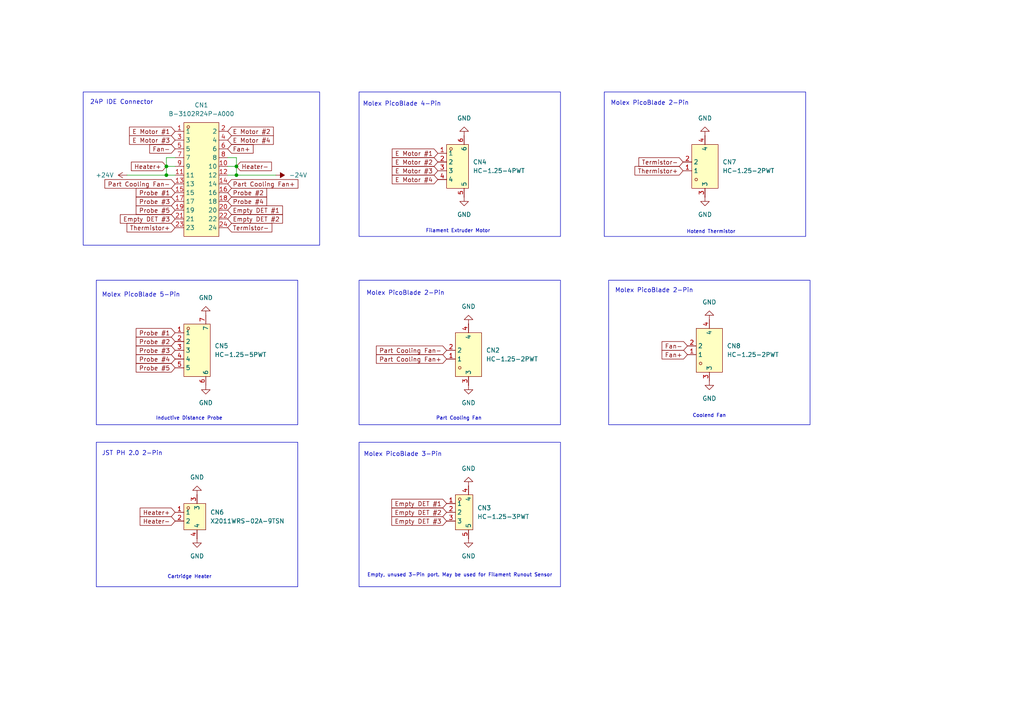
<source format=kicad_sch>
(kicad_sch (version 20231120) (generator "eeschema") (generator_version "8.0")
  (paper "A4")
  (title_block (title "SV06 Exturder Assembly PCB") (date "2024-06-11") (rev "1.00") (company "LimesKey"))
  (lib_symbols
    (symbol "Library:GND" (power) (pin_numbers hide) (pin_names (offset 0) hide)
      (property "Value" "GND" (at 0 -3.81 0))
      (symbol "GND_0_1"
        (polyline (pts (xy 0 0) (xy 0 -1.27) (xy 1.27 -1.27) (xy 0 -2.54) (xy -1.27 -1.27) (xy 0 -1.27)))
      )
      (symbol "GND_1_1"
        (pin power_in line (at 0 0 270) (length 0) (name "~") (number "1"))
      )
    )
    (symbol "easyeda2kicad:B-3102R24P-A000"
      (property "Reference" "CN" (at 0 20.32 0))
      (property "Value" "B-3102R24P-A000" (at 0 -17.78 0))
      (symbol "B-3102R24P-A000_0_1"
        (rectangle (start -5.08 17.78) (end 5.08 -15.24) (fill (type background)))
        (circle (center -3.81 16.51) (radius 0.38))
        (pin unspecified line (at -7.62 15.24 0) (length 2.54) (name "1") (number "1"))
        (pin unspecified line (at 7.62 5.08 180) (length 2.54) (name "10") (number "10"))
        (pin unspecified line (at -7.62 2.54 0) (length 2.54) (name "11") (number "11"))
        (pin unspecified line (at 7.62 2.54 180) (length 2.54) (name "12") (number "12"))
        (pin unspecified line (at -7.62 0 0) (length 2.54) (name "13") (number "13"))
        (pin unspecified line (at 7.62 0 180) (length 2.54) (name "14") (number "14"))
        (pin unspecified line (at -7.62 -2.54 0) (length 2.54) (name "15") (number "15"))
        (pin unspecified line (at 7.62 -2.54 180) (length 2.54) (name "16") (number "16"))
        (pin unspecified line (at -7.62 -5.08 0) (length 2.54) (name "17") (number "17"))
        (pin unspecified line (at 7.62 -5.08 180) (length 2.54) (name "18") (number "18"))
        (pin unspecified line (at -7.62 -7.62 0) (length 2.54) (name "19") (number "19"))
        (pin unspecified line (at 7.62 15.24 180) (length 2.54) (name "2") (number "2"))
        (pin unspecified line (at 7.62 -7.62 180) (length 2.54) (name "20") (number "20"))
        (pin unspecified line (at -7.62 -10.16 0) (length 2.54) (name "21") (number "21"))
        (pin unspecified line (at 7.62 -10.16 180) (length 2.54) (name "22") (number "22"))
        (pin unspecified line (at -7.62 -12.7 0) (length 2.54) (name "23") (number "23"))
        (pin unspecified line (at 7.62 -12.7 180) (length 2.54) (name "24") (number "24"))
        (pin unspecified line (at -7.62 12.7 0) (length 2.54) (name "3") (number "3"))
        (pin unspecified line (at 7.62 12.7 180) (length 2.54) (name "4") (number "4"))
        (pin unspecified line (at -7.62 10.16 0) (length 2.54) (name "5") (number "5"))
        (pin unspecified line (at 7.62 10.16 180) (length 2.54) (name "6") (number "6"))
        (pin unspecified line (at -7.62 7.62 0) (length 2.54) (name "7") (number "7"))
        (pin unspecified line (at 7.62 7.62 180) (length 2.54) (name "8") (number "8"))
        (pin unspecified line (at -7.62 5.08 0) (length 2.54) (name "9") (number "9"))
      )
    )
    (symbol "easyeda2kicad:HC-1.25-2PWT"
      (property "Reference" "CN" (at 0 13.97 0))
      (property "Value" "HC-1.25-2PWT" (at 0 -13.97 0))
      (symbol "HC-1.25-2PWT_0_1"
        (rectangle (start -2.54 6.35) (end 5.08 -6.35) (fill (type background)))
        (circle (center -1.27 -3.81) (radius 0.38))
        (pin unspecified line (at -5.08 -1.27 0) (length 2.54) (name "1") (number "1"))
        (pin unspecified line (at -5.08 1.27 0) (length 2.54) (name "2") (number "2"))
        (pin unspecified line (at 1.27 -8.89 90) (length 2.54) (name "3") (number "3"))
        (pin unspecified line (at 1.27 8.89 270) (length 2.54) (name "4") (number "4"))
      )
    )
    (symbol "easyeda2kicad:HC-1.25-3PWT"
      (property "Reference" "CN" (at 0 12.7 0))
      (property "Value" "HC-1.25-3PWT" (at 0 -12.7 0))
      (symbol "HC-1.25-3PWT_0_1"
        (rectangle (start -1.27 5.08) (end 3.81 -5.08) (fill (type background)))
        (circle (center 0 3.81) (radius 0.38))
        (pin unspecified line (at -3.81 2.54 0) (length 2.54) (name "1") (number "1"))
        (pin unspecified line (at -3.81 0 0) (length 2.54) (name "2") (number "2"))
        (pin unspecified line (at -3.81 -2.54 0) (length 2.54) (name "3") (number "3"))
        (pin unspecified line (at 2.54 7.62 270) (length 2.54) (name "4") (number "4"))
        (pin unspecified line (at 2.54 -7.62 90) (length 2.54) (name "5") (number "5"))
      )
    )
    (symbol "easyeda2kicad:HC-1.25-4PWT"
      (property "Reference" "CN" (at 0 13.97 0))
      (property "Value" "HC-1.25-4PWT" (at 0 -13.97 0))
      (symbol "HC-1.25-4PWT_0_1"
        (rectangle (start -1.27 6.35) (end 5.08 -6.35) (fill (type background)))
        (circle (center 0 5.08) (radius 0.38))
        (pin unspecified line (at -3.81 3.81 0) (length 2.54) (name "1") (number "1"))
        (pin unspecified line (at -3.81 1.27 0) (length 2.54) (name "2") (number "2"))
        (pin unspecified line (at -3.81 -1.27 0) (length 2.54) (name "3") (number "3"))
        (pin unspecified line (at -3.81 -3.81 0) (length 2.54) (name "4") (number "4"))
        (pin unspecified line (at 3.81 -8.89 90) (length 2.54) (name "5") (number "5"))
        (pin unspecified line (at 3.81 8.89 270) (length 2.54) (name "6") (number "6"))
      )
    )
    (symbol "easyeda2kicad:HC-1.25-5PWT"
      (property "Reference" "CN" (at 0 15.24 0))
      (property "Value" "HC-1.25-5PWT" (at 0 -15.24 0))
      (symbol "HC-1.25-5PWT_0_1"
        (rectangle (start -2.54 7.62) (end 5.08 -7.62) (fill (type background)))
        (circle (center -1.27 6.35) (radius 0.38))
        (pin unspecified line (at -5.08 5.08 0) (length 2.54) (name "1") (number "1"))
        (pin unspecified line (at -5.08 2.54 0) (length 2.54) (name "2") (number "2"))
        (pin unspecified line (at -5.08 0 0) (length 2.54) (name "3") (number "3"))
        (pin unspecified line (at -5.08 -2.54 0) (length 2.54) (name "4") (number "4"))
        (pin unspecified line (at -5.08 -5.08 0) (length 2.54) (name "5") (number "5"))
        (pin unspecified line (at 3.81 -10.16 90) (length 2.54) (name "6") (number "6"))
        (pin unspecified line (at 3.81 10.16 270) (length 2.54) (name "7") (number "7"))
      )
    )
    (symbol "easyeda2kicad:X2011WRS-02A-9TSN"
      (property "Reference" "CN" (at 0 12.7 0))
      (property "Value" "X2011WRS-02A-9TSN" (at 0 -10.16 0))
      (symbol "X2011WRS-02A-9TSN_0_1"
        (rectangle (start -1.27 5.08) (end 5.08 -2.54) (fill (type background)))
        (circle (center 0 3.81) (radius 0.38))
        (pin unspecified line (at -3.81 2.54 0) (length 2.54) (name "1") (number "1"))
        (pin unspecified line (at -3.81 0 0) (length 2.54) (name "2") (number "2"))
        (pin unspecified line (at 2.54 7.62 270) (length 2.54) (name "3") (number "3"))
        (pin unspecified line (at 2.54 -5.08 90) (length 2.54) (name "4") (number "4"))
      )
    )
    (symbol "power:+24V" (power) (pin_numbers hide) (pin_names (offset 0) hide)
      (property "Value" "+24V" (at 0 3.556 0))
      (symbol "+24V_0_1"
        (polyline (pts (xy -0.762 1.27) (xy 0 2.54)))
        (polyline (pts (xy 0 0) (xy 0 2.54)))
        (polyline (pts (xy 0 2.54) (xy 0.762 1.27)))
      )
      (symbol "+24V_1_1"
        (pin power_in line (at 0 0 90) (length 0) (name "~") (number "1"))
      )
    )
    (symbol "power:-24V" (power) (pin_numbers hide) (pin_names (offset 0) hide)
      (property "Value" "-24V" (at 0 3.556 0))
      (symbol "-24V_0_0"
        (pin power_in line (at 0 0 90) (length 0) (name "~") (number "1"))
      )
      (symbol "-24V_0_1"
        (polyline (pts (xy 0 0) (xy 0 1.27) (xy 0.762 1.27) (xy 0 2.54) (xy -0.762 1.27) (xy 0 1.27)) (fill (type outline)))
      )
    )
  )
  (junction (at 48.26 50.8))
  (junction (at 68.58 50.8))
  (junction (at 48.26 48.26))
  (junction (at 68.58 48.26))
  (wire (pts (xy 68.58 45.72) (xy 68.58 48.26)))
  (wire (pts (xy 66.04 45.72) (xy 68.58 45.72)))
  (wire (pts (xy 68.58 50.8) (xy 68.58 48.26)))
  (wire (pts (xy 68.58 48.26) (xy 66.04 48.26)))
  (wire (pts (xy 36.83 50.8) (xy 48.26 50.8)))
  (wire (pts (xy 50.8 50.8) (xy 48.26 50.8)))
  (wire (pts (xy 48.26 48.26) (xy 50.8 48.26)))
  (wire (pts (xy 48.26 45.72) (xy 48.26 48.26)))
  (wire (pts (xy 48.26 50.8) (xy 48.26 48.26)))
  (wire (pts (xy 66.04 50.8) (xy 68.58 50.8)))
  (wire (pts (xy 80.01 50.8) (xy 68.58 50.8)))
  (wire (pts (xy 50.8 45.72) (xy 48.26 45.72)))
  (rectangle (start 104.14 128.27) (end 162.56 170.18))
  (rectangle (start 24.13 26.67) (end 92.71 71.12))
  (rectangle (start 104.14 26.67) (end 162.56 68.58))
  (rectangle (start 27.94 81.28) (end 86.36 123.19))
  (rectangle (start 176.53 81.28) (end 234.95 123.19))
  (rectangle (start 27.94 128.27) (end 86.36 170.18))
  (rectangle (start 104.14 81.28) (end 162.56 123.19))
  (rectangle (start 175.26 26.67) (end 233.68 68.58))
  (text "24P IDE Connector" (at 35.306 29.718 0) (effects (font (size 1.27 1.27))))
  (text "Molex PicoBlade 5-Pin" (at 40.894 85.598 0) (effects (font (size 1.27 1.27))))
  (text "Molex PicoBlade 4-Pin" (at 116.586 30.226 0) (effects (font (size 1.27 1.27))))
  (text "Molex PicoBlade 2-Pin" (at 189.738 84.328 0) (effects (font (size 1.27 1.27))))
  (text "Molex PicoBlade 2-Pin" (at 188.468 29.972 0) (effects (font (size 1.27 1.27))))
  (text "JST PH 2.0 2-Pin" (at 38.354 131.572 0) (effects (font (size 1.27 1.27))))
  (text "Inductive Distance Probe" (at 54.864 121.412 0) (effects (font (size 1.016 1.016))))
  (text "Empty, unused 3-Pin port. May be used for Filament Runout Sensor\n" (at 133.35 166.878 0) (effects (font (size 1.016 1.016))))
  (text "Part Cooling Fan" (at 133.096 121.412 0) (effects (font (size 1.016 1.016))))
  (text "Filament Extruder Motor" (at 132.842 67.056 0) (effects (font (size 1.016 1.016))))
  (text "Coolend Fan" (at 205.74 120.65 0) (effects (font (size 1.016 1.016))))
  (text "Molex PicoBlade 3-Pin" (at 116.84 131.826 0) (effects (font (size 1.27 1.27))))
  (text "Cartridge Heater " (at 55.372 167.386 0) (effects (font (size 1.016 1.016))))
  (text "Hotend Thermistor" (at 206.248 67.31 0) (effects (font (size 1.016 1.016))))
  (text "Molex PicoBlade 2-Pin" (at 117.602 85.09 0) (effects (font (size 1.27 1.27))))
  (global_label "Part Cooling Fan-" (shape input) (at 129.54 101.6 180) (property "Intersheetrefs" "${INTERSHEET_REFS}" (effects (hide yes))))
  (global_label "Fan+" (shape input) (at 66.04 43.18 0) (property "Intersheetrefs" "${INTERSHEET_REFS}" (effects (hide yes))))
  (global_label "E Motor #3" (shape input) (at 127 49.53 180) (property "Intersheetrefs" "${INTERSHEET_REFS}" (effects (hide yes))))
  (global_label "E Motor #4" (shape input) (at 66.04 40.64 0) (property "Intersheetrefs" "${INTERSHEET_REFS}" (effects (hide yes))))
  (global_label "Empty DET #2" (shape input) (at 66.04 63.5 0) (property "Intersheetrefs" "${INTERSHEET_REFS}" (effects (hide yes))))
  (global_label "Termistor-" (shape input) (at 66.04 66.04 0) (property "Intersheetrefs" "${INTERSHEET_REFS}" (effects (hide yes))))
  (global_label "E Motor #1" (shape input) (at 50.8 38.1 180) (property "Intersheetrefs" "${INTERSHEET_REFS}" (effects (hide yes))))
  (global_label "E Motor #1" (shape input) (at 127 44.45 180) (property "Intersheetrefs" "${INTERSHEET_REFS}" (effects (hide yes))))
  (global_label "Probe #3" (shape input) (at 50.8 58.42 180) (property "Intersheetrefs" "${INTERSHEET_REFS}" (effects (hide yes))))
  (global_label "Probe #2" (shape input) (at 50.8 99.06 180) (property "Intersheetrefs" "${INTERSHEET_REFS}" (effects (hide yes))))
  (global_label "Termistor-" (shape input) (at 198.12 46.99 180) (property "Intersheetrefs" "${INTERSHEET_REFS}" (effects (hide yes))))
  (global_label "Probe #4" (shape input) (at 66.04 58.42 0) (property "Intersheetrefs" "${INTERSHEET_REFS}" (effects (hide yes))))
  (global_label "Part Cooling Fan-" (shape input) (at 50.8 53.34 180) (property "Intersheetrefs" "${INTERSHEET_REFS}" (effects (hide yes))))
  (global_label "Fan-" (shape input) (at 50.8 43.18 180) (property "Intersheetrefs" "${INTERSHEET_REFS}" (effects (hide yes))))
  (global_label "Empty DET #1" (shape input) (at 66.04 60.96 0) (property "Intersheetrefs" "${INTERSHEET_REFS}" (effects (hide yes))))
  (global_label "E Motor #4" (shape input) (at 127 52.07 180) (property "Intersheetrefs" "${INTERSHEET_REFS}" (effects (hide yes))))
  (global_label "Probe #1" (shape input) (at 50.8 96.52 180) (property "Intersheetrefs" "${INTERSHEET_REFS}" (effects (hide yes))))
  (global_label "Empty DET #3" (shape input) (at 129.54 151.13 180) (property "Intersheetrefs" "${INTERSHEET_REFS}" (effects (hide yes))))
  (global_label "Fan+" (shape input) (at 199.39 102.87 180) (property "Intersheetrefs" "${INTERSHEET_REFS}" (effects (hide yes))))
  (global_label "Heater+" (shape input) (at 48.26 48.26 180) (property "Intersheetrefs" "${INTERSHEET_REFS}" (effects (hide yes))))
  (global_label "Probe #4" (shape input) (at 50.8 104.14 180) (property "Intersheetrefs" "${INTERSHEET_REFS}" (effects (hide yes))))
  (global_label "Empty DET #2" (shape input) (at 129.54 148.59 180) (property "Intersheetrefs" "${INTERSHEET_REFS}" (effects (hide yes))))
  (global_label "Probe #1" (shape input) (at 50.8 55.88 180) (property "Intersheetrefs" "${INTERSHEET_REFS}" (effects (hide yes))))
  (global_label "Thermistor+" (shape input) (at 50.8 66.04 180) (property "Intersheetrefs" "${INTERSHEET_REFS}" (effects (hide yes))))
  (global_label "Part Cooling Fan+" (shape input) (at 66.04 53.34 0) (property "Intersheetrefs" "${INTERSHEET_REFS}" (effects (hide yes))))
  (global_label "Probe #3" (shape input) (at 50.8 101.6 180) (property "Intersheetrefs" "${INTERSHEET_REFS}" (effects (hide yes))))
  (global_label "Heater-" (shape input) (at 68.58 48.26 0) (property "Intersheetrefs" "${INTERSHEET_REFS}" (effects (hide yes))))
  (global_label "Heater-" (shape input) (at 50.8 151.13 180) (property "Intersheetrefs" "${INTERSHEET_REFS}" (effects (hide yes))))
  (global_label "Empty DET #1" (shape input) (at 129.54 146.05 180) (property "Intersheetrefs" "${INTERSHEET_REFS}" (effects (hide yes))))
  (global_label "Heater+" (shape input) (at 50.8 148.59 180) (property "Intersheetrefs" "${INTERSHEET_REFS}" (effects (hide yes))))
  (global_label "E Motor #2" (shape input) (at 66.04 38.1 0) (property "Intersheetrefs" "${INTERSHEET_REFS}" (effects (hide yes))))
  (global_label "Fan-" (shape input) (at 199.39 100.33 180) (property "Intersheetrefs" "${INTERSHEET_REFS}" (effects (hide yes))))
  (global_label "Probe #5" (shape input) (at 50.8 60.96 180) (property "Intersheetrefs" "${INTERSHEET_REFS}" (effects (hide yes))))
  (global_label "Thermistor+" (shape input) (at 198.12 49.53 180) (property "Intersheetrefs" "${INTERSHEET_REFS}" (effects (hide yes))))
  (global_label "Part Cooling Fan+" (shape input) (at 129.54 104.14 180) (property "Intersheetrefs" "${INTERSHEET_REFS}" (effects (hide yes))))
  (global_label "Empty DET #3" (shape input) (at 50.8 63.5 180) (property "Intersheetrefs" "${INTERSHEET_REFS}" (effects (hide yes))))
  (global_label "E Motor #2" (shape input) (at 127 46.99 180) (property "Intersheetrefs" "${INTERSHEET_REFS}" (effects (hide yes))))
  (global_label "Probe #2" (shape input) (at 66.04 55.88 0) (property "Intersheetrefs" "${INTERSHEET_REFS}" (effects (hide yes))))
  (global_label "E Motor #3" (shape input) (at 50.8 40.64 180) (property "Intersheetrefs" "${INTERSHEET_REFS}" (effects (hide yes))))
  (global_label "Probe #5" (shape input) (at 50.8 106.68 180) (property "Intersheetrefs" "${INTERSHEET_REFS}" (effects (hide yes))))
  (symbol (lib_id "easyeda2kicad:HC-1.25-2PWT") (at 204.47 101.6 0) (unit 1)
    (property "Reference" "CN8" (at 210.82 100.3299 0) (effects (justify left)))
    (property "Value" "HC-1.25-2PWT" (at 210.82 102.8699 0) (effects (justify left)))
    (property "Footprint" "easyeda2kicad:CONN-SMD_2P-P1.25-HC-1.25-2PWT" (effects (hide yes)))
    (property "LCSC Part" "C2845379" (effects (hide yes)))
  )
  (symbol (lib_id "Library:GND") (at 59.69 91.44 180) (unit 1)
    (property "Reference" "#PWR012" (effects (hide yes)))
    (property "Value" "GND" (at 59.69 86.36 0))
    (property "Description" "Power symbol creates a global label with name \"GND\" , ground" (effects (hide yes)))
  )
  (symbol (lib_id "easyeda2kicad:X2011WRS-02A-9TSN") (at 54.61 151.13 0) (unit 1)
    (property "Reference" "CN6" (at 60.96 148.5899 0) (effects (justify left)))
    (property "Value" "X2011WRS-02A-9TSN" (at 60.96 151.1299 0) (effects (justify left)))
    (property "Footprint" "easyeda2kicad:CONN-SMD_2P-P2.00_XKB_X2011WRS-02A-9TSN" (effects (hide yes)))
    (property "LCSC Part" "C571320" (effects (hide yes)))
  )
  (symbol (lib_id "power:+24V") (at 36.83 50.8 90) (unit 1)
    (property "Reference" "#PWR01" (effects (hide yes)))
    (property "Value" "+24V" (at 33.02 50.7999 90) (effects (justify left)))
    (property "Description" "Power symbol creates a global label with name \"+24V\"" (effects (hide yes)))
  )
  (symbol (lib_id "easyeda2kicad:HC-1.25-3PWT") (at 133.35 148.59 0) (unit 1)
    (property "Reference" "CN3" (at 138.43 147.3199 0) (effects (justify left)))
    (property "Value" "HC-1.25-3PWT" (at 138.43 149.8599 0) (effects (justify left)))
    (property "Footprint" "easyeda2kicad:CONN-SMD_HC-1.25-3PWT" (effects (hide yes)))
    (property "LCSC Part" "C2845380" (effects (hide yes)))
  )
  (symbol (lib_id "easyeda2kicad:HC-1.25-2PWT") (at 134.62 102.87 0) (unit 1)
    (property "Reference" "CN2" (at 140.97 101.5999 0) (effects (justify left)))
    (property "Value" "HC-1.25-2PWT" (at 140.97 104.1399 0) (effects (justify left)))
    (property "Footprint" "easyeda2kicad:CONN-SMD_2P-P1.25-HC-1.25-2PWT" (effects (hide yes)))
    (property "LCSC Part" "C2845379" (effects (hide yes)))
  )
  (symbol (lib_id "easyeda2kicad:HC-1.25-2PWT") (at 203.2 48.26 0) (unit 1)
    (property "Reference" "CN7" (at 209.55 46.9899 0) (effects (justify left)))
    (property "Value" "HC-1.25-2PWT" (at 209.55 49.5299 0) (effects (justify left)))
    (property "Footprint" "easyeda2kicad:CONN-SMD_2P-P1.25-HC-1.25-2PWT" (effects (hide yes)))
    (property "LCSC Part" "C2845379" (effects (hide yes)))
  )
  (symbol (lib_id "Library:GND") (at 59.69 111.76 0) (unit 1)
    (property "Reference" "#PWR011" (effects (hide yes)))
    (property "Value" "GND" (at 59.69 116.84 0))
    (property "Description" "Power symbol creates a global label with name \"GND\" , ground" (effects (hide yes)))
  )
  (symbol (lib_id "Library:GND") (at 134.62 39.37 180) (unit 1)
    (property "Reference" "#PWR013" (effects (hide yes)))
    (property "Value" "GND" (at 134.62 34.29 0))
    (property "Description" "Power symbol creates a global label with name \"GND\" , ground" (effects (hide yes)))
  )
  (symbol (lib_id "Library:GND") (at 135.89 111.76 0) (unit 1)
    (property "Reference" "#PWR05" (effects (hide yes)))
    (property "Value" "GND" (at 135.89 116.84 0))
    (property "Description" "Power symbol creates a global label with name \"GND\" , ground" (effects (hide yes)))
  )
  (symbol (lib_id "Library:GND") (at 135.89 140.97 180) (unit 1)
    (property "Reference" "#PWR015" (effects (hide yes)))
    (property "Value" "GND" (at 135.89 135.89 0))
    (property "Description" "Power symbol creates a global label with name \"GND\" , ground" (effects (hide yes)))
  )
  (symbol (lib_id "Library:GND") (at 205.74 92.71 180) (unit 1)
    (property "Reference" "#PWR09" (effects (hide yes)))
    (property "Value" "GND" (at 205.74 87.63 0))
    (property "Description" "Power symbol creates a global label with name \"GND\" , ground" (effects (hide yes)))
  )
  (symbol (lib_id "easyeda2kicad:HC-1.25-5PWT") (at 55.88 101.6 0) (unit 1)
    (property "Reference" "CN5" (at 62.23 100.3299 0) (effects (justify left)))
    (property "Value" "HC-1.25-5PWT" (at 62.23 102.8699 0) (effects (justify left)))
    (property "Footprint" "easyeda2kicad:CONN-SMD_5P-P1.25_HCTL_HC-1.25-5PWT" (effects (hide yes)))
    (property "LCSC Part" "C2845382" (effects (hide yes)))
  )
  (symbol (lib_id "Library:GND") (at 204.47 39.37 180) (unit 1)
    (property "Reference" "#PWR07" (effects (hide yes)))
    (property "Value" "GND" (at 204.47 34.29 0))
    (property "Description" "Power symbol creates a global label with name \"GND\" , ground" (effects (hide yes)))
  )
  (symbol (lib_id "Library:GND") (at 134.62 57.15 0) (unit 1)
    (property "Reference" "#PWR014" (effects (hide yes)))
    (property "Value" "GND" (at 134.62 62.23 0))
    (property "Description" "Power symbol creates a global label with name \"GND\" , ground" (effects (hide yes)))
  )
  (symbol (lib_id "Library:GND") (at 57.15 143.51 180) (unit 1)
    (property "Reference" "#PWR03" (effects (hide yes)))
    (property "Value" "GND" (at 57.15 138.43 0))
    (property "Description" "Power symbol creates a global label with name \"GND\" , ground" (effects (hide yes)))
  )
  (symbol (lib_id "power:-24V") (at 80.01 50.8 270) (unit 1)
    (property "Reference" "#PWR02" (effects (hide yes)))
    (property "Value" "-24V" (at 83.82 50.7999 90) (effects (justify left)))
    (property "Description" "Power symbol creates a global label with name \"-24V\"" (effects (hide yes)))
  )
  (symbol (lib_id "easyeda2kicad:B-3102R24P-A000") (at 58.42 53.34 0) (unit 1)
    (property "Reference" "CN1" (at 58.42 30.48 0))
    (property "Value" "B-3102R24P-A000" (at 58.42 33.02 0))
    (property "Footprint" "easyeda2kicad:IDC-TH_24P-P2.00_B-3102R24P-A000" (effects (hide yes)))
    (property "Datasheet" "https://lcsc.com/product-detail/IDC-Connectors_Shenzhen-Cankemeng-B-3102R24P-A000_C383593.html" (effects (hide yes)))
    (property "LCSC Part" "C383593" (effects (hide yes)))
  )
  (symbol (lib_id "Library:GND") (at 57.15 156.21 0) (unit 1)
    (property "Reference" "#PWR04" (effects (hide yes)))
    (property "Value" "GND" (at 57.15 161.29 0))
    (property "Description" "Power symbol creates a global label with name \"GND\" , ground" (effects (hide yes)))
  )
  (symbol (lib_id "easyeda2kicad:HC-1.25-4PWT") (at 130.81 48.26 0) (unit 1)
    (property "Reference" "CN4" (at 137.16 46.9899 0) (effects (justify left)))
    (property "Value" "HC-1.25-4PWT" (at 137.16 49.5299 0) (effects (justify left)))
    (property "Footprint" "easyeda2kicad:CONN-SMD_4P-P1.25-HC-1.25-4PWT" (effects (hide yes)))
    (property "LCSC Part" "C2845381" (effects (hide yes)))
  )
  (symbol (lib_id "Library:GND") (at 205.74 110.49 0) (unit 1)
    (property "Reference" "#PWR010" (effects (hide yes)))
    (property "Value" "GND" (at 205.74 115.57 0))
    (property "Description" "Power symbol creates a global label with name \"GND\" , ground" (effects (hide yes)))
  )
  (symbol (lib_id "Library:GND") (at 204.47 57.15 0) (unit 1)
    (property "Reference" "#PWR08" (effects (hide yes)))
    (property "Value" "GND" (at 204.47 62.23 0))
    (property "Description" "Power symbol creates a global label with name \"GND\" , ground" (effects (hide yes)))
  )
  (symbol (lib_id "Library:GND") (at 135.89 93.98 180) (unit 1)
    (property "Reference" "#PWR06" (effects (hide yes)))
    (property "Value" "GND" (at 135.89 88.9 0))
    (property "Description" "Power symbol creates a global label with name \"GND\" , ground" (effects (hide yes)))
  )
  (symbol (lib_id "Library:GND") (at 135.89 156.21 0) (unit 1)
    (property "Reference" "#PWR016" (effects (hide yes)))
    (property "Value" "GND" (at 135.89 161.29 0))
    (property "Description" "Power symbol creates a global label with name \"GND\" , ground" (effects (hide yes)))
  )
)
</source>
